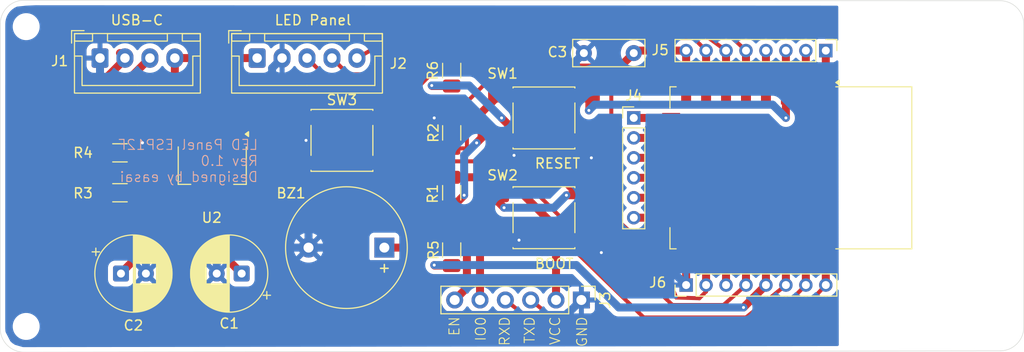
<source format=kicad_pcb>
(kicad_pcb (version 20241229) (generator "pcbnew") (generator_version "9.0")
  (layers (0 "F.Cu" signal) (2 "B.Cu" signal) (13 "F.Paste" user) (15 "B.Paste" user) (5 "F.SilkS" user "F.Silkscreen") (7 "B.SilkS" user "B.Silkscreen") (1 "F.Mask" user) (3 "B.Mask" user) (25 "Edge.Cuts" user))
  (net 0 "")
  (net 1 "Net-(BZ1-+)")
  (net 2 "GND")
  (net 3 "Net-(J1-Pin_2)")
  (net 4 "Net-(J1-Pin_3)")
  (net 5 "Net-(J2-Pin_3)")
  (net 6 "Net-(J2-Pin_5)")
  (net 7 "Net-(J3-Pin_5)")
  (net 8 "Net-(J3-Pin_3)")
  (net 9 "Net-(J3-Pin_4)")
  (net 10 "Net-(J3-Pin_6)")
  (net 11 "Net-(J3-Pin_2)")
  (net 12 "Net-(J4-Pin_1)")
  (net 13 "Net-(J4-Pin_2)")
  (net 14 "Net-(J4-Pin_3)")
  (net 15 "Net-(J4-Pin_4)")
  (net 16 "Net-(J4-Pin_6)")
  (net 17 "Net-(J4-Pin_5)")
  (net 18 "Net-(J5-Pin_1)")
  (net 19 "Net-(J5-Pin_4)")
  (net 20 "Net-(J5-Pin_2)")
  (net 21 "Net-(J6-Pin_5)")
  (net 22 "Net-(J6-Pin_3)")
  (net 23 "Net-(J6-Pin_6)")
  (net 24 "Net-(J6-Pin_2)")
  (net 25 "Net-(J2-Pin_4)")
  (net 26 "Net-(J1-Pin_4)")
  (footprint "Resistor_SMD:R_1206_3216Metric_Pad1.30x1.75mm_HandSolder" (layer "F.Cu") (at 171.25 85.75 90)
    (property "Reference" "R5" (at 0 -1.83 90) (layer "F.SilkS"))
    (property "Value" "100")
    (pad "1" smd roundrect (at -1.55 0 90) (size 1.3 1.75) (layers "F.Cu" "F.Mask" "F.Paste") (roundrect_rratio 0.192308) (net 21 "Net-(J6-Pin_5)"))
    (pad "2" smd roundrect (at 1.55 0 90) (size 1.3 1.75) (layers "F.Cu" "F.Mask" "F.Paste") (roundrect_rratio 0.192308) (net 1 "Net-(BZ1-+)"))
  )
  (footprint "MountingHole:MountingHole_2.2mm_M2" (layer "F.Cu") (at 226 63.4)
    (property "Reference" "REF**" (hide yes))
    (property "Value" "MountingHole_2.2mm_M2" (hide yes))
    (pad "" np_thru_hole circle (at 0 0) (size 2.2 2.2) (drill 2.2) (layers "*.Cu" "*.Mask"))
  )
  (footprint "Connector_PinHeader_2.00mm:PinHeader_1x06_P2.00mm_Vertical" (layer "F.Cu") (at 189.5 72.5)
    (property "Reference" "J4" (at 0 -2.25 0) (layer "F.SilkS"))
    (property "Value" "Conn_01x06_Pin" (hide yes))
    (pad "1" thru_hole rect (at 0 0) (size 1.35 1.35) (drill 0.8) (layers "*.Cu" "*.Mask") (net 12 "Net-(J4-Pin_1)"))
    (pad "2" thru_hole circle (at 0 2) (size 1.35 1.35) (drill 0.8) (layers "*.Cu" "*.Mask") (net 13 "Net-(J4-Pin_2)"))
    (pad "3" thru_hole circle (at 0 4) (size 1.35 1.35) (drill 0.8) (layers "*.Cu" "*.Mask") (net 14 "Net-(J4-Pin_3)"))
    (pad "4" thru_hole circle (at 0 6) (size 1.35 1.35) (drill 0.8) (layers "*.Cu" "*.Mask") (net 15 "Net-(J4-Pin_4)"))
    (pad "5" thru_hole circle (at 0 8) (size 1.35 1.35) (drill 0.8) (layers "*.Cu" "*.Mask") (net 17 "Net-(J4-Pin_5)"))
    (pad "6" thru_hole circle (at 0 10) (size 1.35 1.35) (drill 0.8) (layers "*.Cu" "*.Mask") (net 16 "Net-(J4-Pin_6)"))
  )
  (footprint "Capacitor_THT:CP_Radial_D7.5mm_P2.50mm" (layer "F.Cu") (at 138.1 88.1)
    (property "Reference" "C2" (at 1.25 5.2 0) (layer "F.SilkS"))
    (property "Value" "100uF")
    (pad "1" thru_hole roundrect (at 0 0) (size 1.6 1.6) (drill 0.8) (layers "*.Cu" "*.Mask") (roundrect_rratio 0.15625) (net 26 "Net-(J1-Pin_4)"))
    (pad "2" thru_hole circle (at 2.5 0) (size 1.6 1.6) (drill 0.8) (layers "*.Cu" "*.Mask") (net 2 "GND"))
  )
  (footprint "Resistor_SMD:R_1206_3216Metric_Pad1.30x1.75mm_HandSolder" (layer "F.Cu") (at 171.25 74 90)
    (property "Reference" "R2" (at 0 -1.83 90) (layer "F.SilkS"))
    (property "Value" "10k")
    (pad "1" smd roundrect (at -1.55 0 90) (size 1.3 1.75) (layers "F.Cu" "F.Mask" "F.Paste") (roundrect_rratio 0.192308) (net 24 "Net-(J6-Pin_2)"))
    (pad "2" smd roundrect (at 1.55 0 90) (size 1.3 1.75) (layers "F.Cu" "F.Mask" "F.Paste") (roundrect_rratio 0.192308) (net 2 "GND"))
  )
  (footprint "Button_Switch_SMD:SW_Push_1P1T_NO_E-Switch_TL3301NxxxxxG" (layer "F.Cu") (at 180.5 72.5)
    (property "Reference" "SW1" (at -4.15 -4.45 0) (layer "F.SilkS"))
    (property "Value" "RESET" (hide yes))
    (pad "1" smd roundrect (at -4.55 -2.25) (size 2.1 1.4) (layers "F.Cu" "F.Mask" "F.Paste") (roundrect_rratio 0.1785714286) (net 10 "Net-(J3-Pin_6)"))
    (pad "1" smd roundrect (at 4.55 -2.25) (size 2.1 1.4) (layers "F.Cu" "F.Mask" "F.Paste") (roundrect_rratio 0.1785714286) (net 10 "Net-(J3-Pin_6)"))
    (pad "2" smd roundrect (at -4.55 2.25) (size 2.1 1.4) (layers "F.Cu" "F.Mask" "F.Paste") (roundrect_rratio 0.1785714286) (net 2 "GND"))
    (pad "2" smd roundrect (at 4.55 2.25) (size 2.1 1.4) (layers "F.Cu" "F.Mask" "F.Paste") (roundrect_rratio 0.1785714286) (net 2 "GND"))
  )
  (footprint "Capacitor_THT:CP_Radial_D7.5mm_P2.50mm" (layer "F.Cu") (at 150.2 88.1 180)
    (property "Reference" "C1" (at 1.25 -5 0) (layer "F.SilkS"))
    (property "Value" "100uF")
    (pad "1" thru_hole roundrect (at 0 0 180) (size 1.6 1.6) (drill 0.8) (layers "*.Cu" "*.Mask") (roundrect_rratio 0.15625) (net 11 "Net-(J3-Pin_2)"))
    (pad "2" thru_hole circle (at 2.5 0 180) (size 1.6 1.6) (drill 0.8) (layers "*.Cu" "*.Mask") (net 2 "GND"))
  )
  (footprint "Connector_PinHeader_2.00mm:PinHeader_1x08_P2.00mm_Vertical" (layer "F.Cu") (at 208.75 65.75 -90)
    (property "Reference" "J5" (at -0.05 16.6 180) (layer "F.SilkS"))
    (property "Value" "Conn_01x08_Pin" (hide yes))
    (pad "1" thru_hole rect (at 0 0 270) (size 1.35 1.35) (drill 0.8) (layers "*.Cu" "*.Mask") (net 18 "Net-(J5-Pin_1)"))
    (pad "2" thru_hole circle (at 0 2 270) (size 1.35 1.35) (drill 0.8) (layers "*.Cu" "*.Mask") (net 20 "Net-(J5-Pin_2)"))
    (pad "3" thru_hole circle (at 0 4 270) (size 1.35 1.35) (drill 0.8) (layers "*.Cu" "*.Mask") (net 10 "Net-(J3-Pin_6)"))
    (pad "4" thru_hole circle (at 0 6 270) (size 1.35 1.35) (drill 0.8) (layers "*.Cu" "*.Mask") (net 19 "Net-(J5-Pin_4)"))
    (pad "5" thru_hole circle (at 0 8 270) (size 1.35 1.35) (drill 0.8) (layers "*.Cu" "*.Mask") (net 6 "Net-(J2-Pin_5)"))
    (pad "6" thru_hole circle (at 0 10 270) (size 1.35 1.35) (drill 0.8) (layers "*.Cu" "*.Mask") (net 25 "Net-(J2-Pin_4)"))
    (pad "7" thru_hole circle (at 0 12 270) (size 1.35 1.35) (drill 0.8) (layers "*.Cu" "*.Mask") (net 5 "Net-(J2-Pin_3)"))
    (pad "8" thru_hole circle (at 0 14 270) (size 1.35 1.35) (drill 0.8) (layers "*.Cu" "*.Mask") (net 11 "Net-(J3-Pin_2)"))
  )
  (footprint "Connector_JST:JST_XH_B5B-XH-A_1x05_P2.50mm_Vertical" (layer "F.Cu") (at 151.75 66.5)
    (property "Reference" "J2" (at 14.15 0.55 0) (layer "F.SilkS"))
    (property "Value" "LED Panel" (at 5.6 -3.8 0) (layer "F.SilkS"))
    (pad "1" thru_hole roundrect (at 0 0) (size 1.7 1.95) (drill 0.95) (layers "*.Cu" "*.Mask") (roundrect_rratio 0.147059) (net 26 "Net-(J1-Pin_4)"))
    (pad "2" thru_hole oval (at 2.5 0) (size 1.7 1.95) (drill 0.95) (layers "*.Cu" "*.Mask") (net 2 "GND"))
    (pad "3" thru_hole oval (at 5 0) (size 1.7 1.95) (drill 0.95) (layers "*.Cu" "*.Mask") (net 5 "Net-(J2-Pin_3)"))
    (pad "4" thru_hole oval (at 7.5 0) (size 1.7 1.95) (drill 0.95) (layers "*.Cu" "*.Mask") (net 25 "Net-(J2-Pin_4)"))
    (pad "5" thru_hole oval (at 10 0) (size 1.7 1.95) (drill 0.95) (layers "*.Cu" "*.Mask") (net 6 "Net-(J2-Pin_5)"))
  )
  (footprint "Resistor_SMD:R_1206_3216Metric_Pad1.30x1.75mm_HandSolder" (layer "F.Cu") (at 138 80)
    (property "Reference" "R3" (at -3.7 0.05 0) (layer "F.SilkS"))
    (property "Value" "5.1k")
    (pad "1" smd roundrect (at -1.55 0) (size 1.3 1.75) (layers "F.Cu" "F.Mask" "F.Paste") (roundrect_rratio 0.192308) (net 4 "Net-(J1-Pin_3)"))
    (pad "2" smd roundrect (at 1.55 0) (size 1.3 1.75) (layers "F.Cu" "F.Mask" "F.Paste") (roundrect_rratio 0.192308) (net 2 "GND"))
  )
  (footprint "Capacitor_THT:C_Disc_D7.0mm_W2.5mm_P5.00mm" (layer "F.Cu") (at 189.5 66 180)
    (property "Reference" "C3" (at 7.65 0.1 0) (layer "F.SilkS"))
    (property "Value" "0.1 uF")
    (pad "1" thru_hole circle (at 0 0 180) (size 1.6 1.6) (drill 0.8) (layers "*.Cu" "*.Mask") (net 11 "Net-(J3-Pin_2)"))
    (pad "2" thru_hole circle (at 5 0 180) (size 1.6 1.6) (drill 0.8) (layers "*.Cu" "*.Mask") (net 2 "GND"))
  )
  (footprint "MountingHole:MountingHole_2.2mm_M2" (layer "F.Cu") (at 128.6 93.4)
    (property "Reference" "REF**" (hide yes))
    (property "Value" "MountingHole_2.2mm_M2" (hide yes))
    (pad "" np_thru_hole circle (at 0 0) (size 2.2 2.2) (drill 2.2) (layers "*.Cu" "*.Mask"))
  )
  (footprint "RF_Module:ESP-12E" (layer "F.Cu") (at 205.25 77.5 -90)
    (property "Reference" "U1" (hide yes))
    (property "Value" "ESP-12F")
    (pad "1" smd rect (at -7.6 -3.5 270) (size 2.5 1) (layers "F.Cu" "F.Mask" "F.Paste") (net 18 "Net-(J5-Pin_1)"))
    (pad "2" smd rect (at -7.6 -1.5 270) (size 2.5 1) (layers "F.Cu" "F.Mask" "F.Paste") (net 20 "Net-(J5-Pin_2)"))
    (pad "3" smd rect (at -7.6 0.5 270) (size 2.5 1) (layers "F.Cu" "F.Mask" "F.Paste") (net 10 "Net-(J3-Pin_6)"))
    (pad "4" smd rect (at -7.6 2.5 270) (size 2.5 1) (layers "F.Cu" "F.Mask" "F.Paste") (net 19 "Net-(J5-Pin_4)"))
    (pad "5" smd rect (at -7.6 4.5 270) (size 2.5 1) (layers "F.Cu" "F.Mask" "F.Paste") (net 6 "Net-(J2-Pin_5)"))
    (pad "6" smd rect (at -7.6 6.5 270) (size 2.5 1) (layers "F.Cu" "F.Mask" "F.Paste") (net 25 "Net-(J2-Pin_4)"))
    (pad "7" smd rect (at -7.6 8.5 270) (size 2.5 1) (layers "F.Cu" "F.Mask" "F.Paste") (net 5 "Net-(J2-Pin_3)"))
    (pad "8" smd rect (at -7.6 10.5 270) (size 2.5 1) (layers "F.Cu" "F.Mask" "F.Paste") (net 11 "Net-(J3-Pin_2)"))
    (pad "9" smd rect (at -5 12 270) (size 1 1.8) (layers "F.Cu" "F.Mask" "F.Paste") (net 12 "Net-(J4-Pin_1)"))
    (pad "10" smd rect (at -3 12 270) (size 1 1.8) (layers "F.Cu" "F.Mask" "F.Paste") (net 13 "Net-(J4-Pin_2)"))
    (pad "11" smd rect (at -1 12 270) (size 1 1.8) (layers "F.Cu" "F.Mask" "F.Paste") (net 14 "Net-(J4-Pin_3)"))
    (pad "12" smd rect (at 1 12 270) (size 1 1.8) (layers "F.Cu" "F.Mask" "F.Paste") (net 15 "Net-(J4-Pin_4)"))
    (pad "13" smd rect (at 3 12 270) (size 1 1.8) (layers "F.Cu" "F.Mask" "F.Paste") (net 17 "Net-(J4-Pin_5)"))
    (pad "14" smd rect (at 5 12 270) (size 1 1.8) (layers "F.Cu" "F.Mask" "F.Paste") (net 16 "Net-(J4-Pin_6)"))
    (pad "15" smd rect (at 7.6 10.5 270) (size 2.5 1) (layers "F.Cu" "F.Mask" "F.Paste") (net 2 "GND"))
    (pad "16" smd rect (at 7.6 8.5 270) (size 2.5 1) (layers "F.Cu" "F.Mask" "F.Paste") (net 24 "Net-(J6-Pin_2)"))
    (pad "17" smd rect (at 7.6 6.5 270) (size 2.5 1) (layers "F.Cu" "F.Mask" "F.Paste") (net 22 "Net-(J6-Pin_3)"))
    (pad "18" smd rect (at 7.6 4.5 270) (size 2.5 1) (layers "F.Cu" "F.Mask" "F.Paste") (net 7 "Net-(J3-Pin_5)"))
    (pad "19" smd rect (at 7.6 2.5 270) (size 2.5 1) (layers "F.Cu" "F.Mask" "F.Paste") (net 21 "Net-(J6-Pin_5)"))
    (pad "20" smd rect (at 7.6 0.5 270) (size 2.5 1) (layers "F.Cu" "F.Mask" "F.Paste") (net 23 "Net-(J6-Pin_6)"))
    (pad "21" smd rect (at 7.6 -1.5 270) (size 2.5 1) (layers "F.Cu" "F.Mask" "F.Paste") (net 8 "Net-(J3-Pin_3)"))
    (pad "22" smd rect (at 7.6 -3.5 270) (size 2.5 1) (layers "F.Cu" "F.Mask" "F.Paste") (net 9 "Net-(J3-Pin_4)"))
    (zone (net 0) (net_name "") (layers "F.Cu" "B.Cu") (connect_pads (clearance 0)) (min_thickness 0.254)
      (keepout (tracks not_allowed) (vias not_allowed) (pads not_allowed) (copperpour not_allowed) (footprints not_allowed))
      (fill (thermal_gap 0.508) (thermal_bridge_width 0.508))
      (polygon (pts (xy 210.05 69.38) (xy 210.05 85.62) (xy 217.37 85.62) (xy 217.37 69.38)))
    )
  )
  (footprint "Resistor_SMD:R_1206_3216Metric_Pad1.30x1.75mm_HandSolder" (layer "F.Cu") (at 171.25 80 -90)
    (property "Reference" "R1" (at 0.1 1.9 90) (layer "F.SilkS"))
    (property "Value" "10k")
    (pad "1" smd roundrect (at -1.55 0 270) (size 1.3 1.75) (layers "F.Cu" "F.Mask" "F.Paste") (roundrect_rratio 0.192308) (net 11 "Net-(J3-Pin_2)"))
    (pad "2" smd roundrect (at 1.55 0 270) (size 1.3 1.75) (layers "F.Cu" "F.Mask" "F.Paste") (roundrect_rratio 0.192308) (net 10 "Net-(J3-Pin_6)"))
  )
  (footprint "Resistor_SMD:R_1206_3216Metric_Pad1.30x1.75mm_HandSolder" (layer "F.Cu") (at 171.25 67.75 -90)
    (property "Reference" "R6" (at 0 1.9 90) (layer "F.SilkS"))
    (property "Value" "10k")
    (pad "1" smd roundrect (at -1.55 0 270) (size 1.3 1.75) (layers "F.Cu" "F.Mask" "F.Paste") (roundrect_rratio 0.192308) (net 11 "Net-(J3-Pin_2)"))
    (pad "2" smd roundrect (at 1.55 0 270) (size 1.3 1.75) (layers "F.Cu" "F.Mask" "F.Paste") (roundrect_rratio 0.192308) (net 7 "Net-(J3-Pin_5)"))
  )
  (footprint "MountingHole:MountingHole_2.2mm_M2" (layer "F.Cu") (at 226 93.3)
    (property "Reference" "REF**" (hide yes))
    (property "Value" "MountingHole_2.2mm_M2" (hide yes))
    (pad "" np_thru_hole circle (at 0 0) (size 2.2 2.2) (drill 2.2) (layers "*.Cu" "*.Mask"))
  )
  (footprint "MountingHole:MountingHole_2.2mm_M2" (layer "F.Cu") (at 128.6 63.35)
    (property "Reference" "REF**" (hide yes))
    (property "Value" "MountingHole_2.2mm_M2" (hide yes))
    (pad "" np_thru_hole circle (at 0 0) (size 2.2 2.2) (drill 2.2) (layers "*.Cu" "*.Mask"))
  )
  (footprint "Connector_JST:JST_XH_B4B-XH-A_1x04_P2.50mm_Vertical" (layer "F.Cu") (at 136 66.5)
    (property "Reference" "J1" (at -4.05 0.3 0) (layer "F.SilkS"))
    (property "Value" "USB-C" (at 3.7 -3.8 0) (layer "F.SilkS"))
    (pad "1" thru_hole roundrect (at 0 0) (size 1.7 1.95) (drill 0.95) (layers "*.Cu" "*.Mask") (roundrect_rratio 0.147059) (net 2 "GND"))
    (pad "2" thru_hole oval (at 2.5 0) (size 1.7 1.95) (drill 0.95) (layers "*.Cu" "*.Mask") (net 3 "Net-(J1-Pin_2)"))
    (pad "3" thru_hole oval (at 5 0) (size 1.7 1.95) (drill 0.95) (layers "*.Cu" "*.Mask") (net 4 "Net-(J1-Pin_3)"))
    (pad "4" thru_hole oval (at 7.5 0) (size 1.7 1.95) (drill 0.95) (layers "*.Cu" "*.Mask") (net 26 "Net-(J1-Pin_4)"))
  )
  (footprint "Resistor_SMD:R_1206_3216Metric_Pad1.30x1.75mm_HandSolder" (layer "F.Cu") (at 138 76)
    (property "Reference" "R4" (at -3.7 0 0) (layer "F.SilkS"))
    (property "Value" "5.1k")
    (pad "1" smd roundrect (at -1.55 0) (size 1.3 1.75) (layers "F.Cu" "F.Mask" "F.Paste") (roundrect_rratio 0.192308) (net 3 "Net-(J1-Pin_2)"))
    (pad "2" smd roundrect (at 1.55 0) (size 1.3 1.75) (layers "F.Cu" "F.Mask" "F.Paste") (roundrect_rratio 0.192308) (net 2 "GND"))
  )
  (footprint "Connector_PinHeader_2.00mm:PinHeader_1x08_P2.00mm_Vertical" (layer "F.Cu") (at 194.75 89.25 90)
    (property "Reference" "J6" (at 0.25 -2.85 180) (layer "F.SilkS"))
    (property "Value" "Conn_01x08_Pin" (hide yes))
    (pad "1" thru_hole rect (at 0 0 90) (size 1.35 1.35) (drill 0.8) (layers "*.Cu" "*.Mask") (net 2 "GND"))
    (pad "2" thru_hole circle (at 0 2 90) (size 1.35 1.35) (drill 0.8) (layers "*.Cu" "*.Mask") (net 24 "Net-(J6-Pin_2)"))
    (pad "3" thru_hole circle (at 0 4 90) (size 1.35 1.35) (drill 0.8) (layers "*.Cu" "*.Mask") (net 22 "Net-(J6-Pin_3)"))
    (pad "4" thru_hole circle (at 0 6 90) (size 1.35 1.35) (drill 0.8) (layers "*.Cu" "*.Mask") (net 7 "Net-(J3-Pin_5)"))
    (pad "5" thru_hole circle (at 0 8 90) (size 1.35 1.35) (drill 0.8) (layers "*.Cu" "*.Mask") (net 21 "Net-(J6-Pin_5)"))
    (pad "6" thru_hole circle (at 0 10 90) (size 1.35 1.35) (drill 0.8) (layers "*.Cu" "*.Mask") (net 23 "Net-(J6-Pin_6)"))
    (pad "7" thru_hole circle (at 0 12 90) (size 1.35 1.35) (drill 0.8) (layers "*.Cu" "*.Mask") (net 8 "Net-(J3-Pin_3)"))
    (pad "8" thru_hole circle (at 0 14 90) (size 1.35 1.35) (drill 0.8) (layers "*.Cu" "*.Mask") (net 9 "Net-(J3-Pin_4)"))
  )
  (footprint "Button_Switch_SMD:SW_Push_1P1T_NO_E-Switch_TL3301NxxxxxG" (layer "F.Cu") (at 180.5 82.5)
    (property "Reference" "SW2" (at -4.15 -4.25 0) (layer "F.SilkS"))
    (property "Value" "BOOT" (hide yes))
    (pad "1" smd roundrect (at -4.55 -2.25) (size 2.1 1.4) (layers "F.Cu" "F.Mask" "F.Paste") (roundrect_rratio 0.1785714286) (net 7 "Net-(J3-Pin_5)"))
    (pad "1" smd roundrect (at 4.55 -2.25) (size 2.1 1.4) (layers "F.Cu" "F.Mask" "F.Paste") (roundrect_rratio 0.1785714286) (net 7 "Net-(J3-Pin_5)"))
    (pad "2" smd roundrect (at -4.55 2.25) (size 2.1 1.4) (layers "F.Cu" "F.Mask" "F.Paste") (roundrect_rratio 0.1785714286) (net 2 "GND"))
    (pad "2" smd roundrect (at 4.55 2.25) (size 2.1 1.4) (layers "F.Cu" "F.Mask" "F.Paste") (roundrect_rratio 0.1785714286) (net 2 "GND"))
  )
  (footprint "Connector_PinHeader_2.54mm:PinHeader_1x06_P2.54mm_Vertical" (layer "F.Cu") (at 184.25 90.75 -90)
    (property "Reference" "J3" (at 0 -2.38 90) (layer "F.SilkS"))
    (property "Value" "Programming Header")
    (pad "1" thru_hole rect (at 0 0 270) (size 1.7 1.7) (drill 1) (layers "*.Cu" "*.Mask") (net 2 "GND"))
    (pad "2" thru_hole circle (at 0 2.54 270) (size 1.7 1.7) (drill 1) (layers "*.Cu" "*.Mask") (net 11 "Net-(J3-Pin_2)"))
    (pad "3" thru_hole circle (at 0 5.08 270) (size 1.7 1.7) (drill 1) (layers "*.Cu" "*.Mask") (net 8 "Net-(J3-Pin_3)"))
    (pad "4" thru_hole circle (at 0 7.62 270) (size 1.7 1.7) (drill 1) (layers "*.Cu" "*.Mask") (net 9 "Net-(J3-Pin_4)"))
    (pad "5" thru_hole circle (at 0 10.16 270) (size 1.7 1.7) (drill 1) (layers "*.Cu" "*.Mask") (net 7 "Net-(J3-Pin_5)"))
    (pad "6" thru_hole circle (at 0 12.7 270) (size 1.7 1.7) (drill 1) (layers "*.Cu" "*.Mask") (net 10 "Net-(J3-Pin_6)"))
  )
  (footprint "Button_Switch_SMD:SW_Push_1P1T_NO_E-Switch_TL3301NxxxxxG" (layer "F.Cu") (at 160.25 74.75)
    (property "Reference" "SW3" (at 0 -4.05 0) (layer "F.SilkS"))
    (property "Value" "MUTE" (hide yes))
    (pad "1" smd roundrect (at -4.55 -2.25) (size 2.1 1.4) (layers "F.Cu" "F.Mask" "F.Paste") (roundrect_rratio 0.1785714286) (net 23 "Net-(J6-Pin_6)"))
    (pad "1" smd roundrect (at 4.55 -2.25) (size 2.1 1.4) (layers "F.Cu" "F.Mask" "F.Paste") (roundrect_rratio 0.1785714286) (net 23 "Net-(J6-Pin_6)"))
    (pad "2" smd roundrect (at -4.55 2.25) (size 2.1 1.4) (layers "F.Cu" "F.Mask" "F.Paste") (roundrect_rratio 0.1785714286) (net 2 "GND"))
    (pad "2" smd roundrect (at 4.55 2.25) (size 2.1 1.4) (layers "F.Cu" "F.Mask" "F.Paste") (roundrect_rratio 0.1785714286) (net 2 "GND"))
  )
  (footprint "Buzzer_Beeper:MagneticBuzzer_StarMicronics_TMB" (layer "F.Cu") (at 164.5 85.5 180)
    (property "Reference" "BZ1" (at 9.35 5.45 0) (layer "F.SilkS"))
    (property "Value" "Buzzer")
    (fp_text user "+" (at 0 -2 0) (layer "F.SilkS"))
    (pad "1" thru_hole rect (at 0 0 180) (size 2 2) (drill 1) (layers "*.Cu" "*.Mask") (net 1 "Net-(BZ1-+)"))
    (pad "2" thru_hole circle (at 7.6 0 180) (size 2 2) (drill 1) (layers "*.Cu" "*.Mask") (net 2 "GND"))
  )
  (footprint "Package_TO_SOT_SMD:SOT-223-3_TabPin2" (layer "F.Cu") (at 147.25 77.25 -90)
    (property "Reference" "U2" (at 5.25 0.05 0) (layer "F.SilkS"))
    (property "Value" "AMS1117-3.3")
    (pad "1" smd roundrect (at -3.15 -2.3 270) (size 2 1.5) (layers "F.Cu" "F.Mask" "F.Paste") (net 2 "GND"))
    (pad "2" smd roundrect (at -3.15 0 270) (size 2 1.5) (layers "F.Cu" "F.Mask" "F.Paste") (net 11 "Net-(J3-Pin_2)"))
    (pad "2" smd roundrect (at 3.15 0 270) (size 2 3.8) (layers "F.Cu" "F.Mask" "F.Paste") (net 11 "Net-(J3-Pin_2)"))
    (pad "3" smd roundrect (at -3.15 2.3 270) (size 2 1.5) (layers "F.Cu" "F.Mask" "F.Paste") (net 26 "Net-(J1-Pin_4)"))
  )
  (gr_line (start 228.595621 63.1294) (end 228.595621 93.4706) (stroke (width 0.05)) (layer "Edge.Cuts"))
  (gr_arc (start 128.375 95.975021) (mid 126.695621 95.2794) (end 126 93.600021) (stroke (width 0.05)) (layer "Edge.Cuts"))
  (gr_arc (start 226.220621 60.754379) (mid 227.9 61.45) (end 228.595621 63.129379) (stroke (width 0.05)) (layer "Edge.Cuts"))
  (gr_arc (start 126.004379 63.079379) (mid 126.7 61.4) (end 128.379379 60.704379) (stroke (width 0.05)) (layer "Edge.Cuts"))
  (gr_line (start 128.375 95.975021) (end 226.220621 95.845621) (stroke (width 0.05)) (layer "Edge.Cuts"))
  (gr_line (start 126.004386 63.084825) (end 126 93.609987) (stroke (width 0.05)) (layer "Edge.Cuts"))
  (gr_arc (start 228.595621 93.470621) (mid 227.9 95.15) (end 226.220621 95.845621) (stroke (width 0.05)) (layer "Edge.Cuts"))
  (gr_line (start 128.379379 60.70438) (end 226.2206 60.754379) (stroke (width 0.05)) (layer "Edge.Cuts"))
  (gr_text "EN" (at 172.1 94.426191 90) (layer "F.SilkS") (effects (font (size 1 1) (thickness 0.1)) (justify left bottom)))
  (gr_text "RXD" (at 177.15 95.426191 90) (layer "F.SilkS") (effects (font (size 1 1) (thickness 0.1)) (justify left bottom)))
  (gr_text "TXD" (at 179.65 95.188096 90) (layer "F.SilkS") (effects (font (size 1 1) (thickness 0.1)) (justify left bottom)))
  (gr_text "IO0\n" (at 174.75 94.95 90) (layer "F.SilkS") (effects (font (size 1 1) (thickness 0.1)) (justify left bottom)))
  (gr_text "GND\n" (at 184.9 95.521429 90) (layer "F.SilkS") (effects (font (size 1 1) (thickness 0.1)) (justify left bottom)))
  (gr_text "RESET" (at 179.5 77.65 0) (layer "F.SilkS") (effects (font (size 1 1)) (justify left bottom)))
  (gr_text "BOOT\n" (at 179.5 87.7 0) (layer "F.SilkS") (effects (font (size 1 1)) (justify left bottom)))
  (gr_text "VCC" (at 182.2 95.330953 90) (layer "F.SilkS") (effects (font (size 1 1) (thickness 0.1)) (justify left bottom)))
  (gr_text "LED Panel ESP12F\nRev 1.0\nDesigned by easai" (at 151.9 79 0) (layer "B.SilkS") (effects (font (size 1 1) (thickness 0.1)) (justify left bottom mirror)))
  (segment (start 169.95 85.5) (end 171.25 84.2) (width 0.8) (layer "F.Cu") (net 1))
  (segment (start 164.5 85.5) (end 169.95 85.5) (width 0.8) (layer "F.Cu") (net 1))
  (segment (start 194.75 85.1) (end 194.75 89.25) (width 0.8) (layer "F.Cu") (net 2))
  (segment (start 149.55 74.1) (end 152.8 74.1) (width 0.8) (layer "F.Cu") (net 2))
  (segment (start 152.8 74.1) (end 155.7 77) (width 0.8) (layer "F.Cu") (net 2))
  (segment (start 139.55 75.7) (end 140.25 75) (width 0.8) (layer "F.Cu") (net 2))
  (segment (start 156.65 76.05) (end 156.65 74.75) (width 0.8) (layer "F.Cu") (net 2))
  (segment (start 185.05 76.3) (end 185.25 76.5) (width 0.8) (layer "F.Cu") (net 2))
  (segment (start 185.05 84.75) (end 185.05 84.8) (width 0.8) (layer "F.Cu") (net 2))
  (segment (start 139.55 76) (end 139.55 75.7) (width 0.8) (layer "F.Cu") (net 2))
  (segment (start 185.05 84.8) (end 186.25 86) (width 0.8) (layer "F.Cu") (net 2))
  (segment (start 175.95 84.75) (end 178 84.75) (width 0.8) (layer "F.Cu") (net 2))
  (segment (start 155.7 77) (end 164.8 77) (width 0.8) (layer "F.Cu") (net 2))
  (segment (start 185.05 74.75) (end 185.05 76.3) (width 0.8) (layer "F.Cu") (net 2))
  (segment (start 176 74.75) (end 177.5 76.25) (width 0.8) (layer "F.Cu") (net 2))
  (segment (start 139.55 76) (end 139.55 80) (width 0.8) (layer "F.Cu") (net 2))
  (segment (start 169.55 72.45) (end 169.5 72.5) (width 0.8) (layer "F.Cu") (net 2))
  (segment (start 175.95 74.75) (end 176 74.75) (width 0.8) (layer "F.Cu") (net 2))
  (segment (start 171.25 72.45) (end 169.55 72.45) (width 0.8) (layer "F.Cu") (net 2))
  (segment (start 155.7 77) (end 156.65 76.05) (width 0.8) (layer "F.Cu") (net 2))
  (via (at 156.65 74.75) (size 0.6) (drill 0.3) (layers "F.Cu" "B.Cu") (net 2))
  (via (at 178 84.75) (size 0.6) (drill 0.3) (layers "F.Cu" "B.Cu") (net 2))
  (via (at 177.5 76.25) (size 0.6) (drill 0.3) (layers "F.Cu" "B.Cu") (net 2))
  (via (at 169.5 72.5) (size 0.6) (drill 0.3) (layers "F.Cu" "B.Cu") (net 2))
  (via (at 186.25 86) (size 0.6) (drill 0.3) (layers "F.Cu" "B.Cu") (net 2))
  (via (at 185.25 76.5) (size 0.6) (drill 0.3) (layers "F.Cu" "B.Cu") (net 2))
  (via (at 140.25 75) (size 0.6) (drill 0.3) (layers "F.Cu" "B.Cu") (net 2))
  (segment (start 183.700001 74.950001) (end 183.700001 66.799999) (width 0.8) (layer "B.Cu") (net 2))
  (segment (start 166.151 87.151) (end 161.801 87.151) (width 0.8) (layer "B.Cu") (net 2))
  (segment (start 147.7 83.45) (end 150 85.75) (width 0.8) (layer "B.Cu") (net 2))
  (segment (start 185.25 76.5) (end 183.700001 74.950001) (width 0.8) (layer "B.Cu") (net 2))
  (segment (start 182.749 92.251) (end 166.901 92.251) (width 0.8) (layer "B.Cu") (net 2))
  (segment (start 148.75 66.5) (end 153.25 71) (width 0.8) (layer "B.Cu") (net 2))
  (segment (start 139.975 75.275) (end 140.25 75) (width 0.8) (layer "B.Cu") (net 2))
  (segment (start 177.5 76.25) (end 173.75 72.5) (width 0.8) (layer "B.Cu") (net 2))
  (segment (start 184.25 90.75) (end 182.749 92.251) (width 0.8) (layer "B.Cu") (net 2))
  (segment (start 186.25 86) (end 187.5 84.75) (width 0.8) (layer "B.Cu") (net 2))
  (segment (start 156.9 75) (end 156.9 85.5) (width 0.8) (layer "B.Cu") (net 2))
  (segment (start 139.75 80) (end 139.75 76) (width 0.8) (layer "B.Cu") (net 2))
  (segment (start 139.5 75.75) (end 139.55 75.7) (width 0.8) (layer "B.Cu") (net 2))
  (segment (start 140.6 80.6) (end 140 80) (width 0.8) (layer "B.Cu") (net 2))
  (segment (start 153.15 85.5) (end 156.9 85.5) (width 0.8) (layer "B.Cu") (net 2))
  (segment (start 153.25 71) (end 153.25 71.35) (width 0.8) (layer "B.Cu") (net 2))
  (segment (start 178 84.75) (end 190.25 84.75) (width 0.8) (layer "B.Cu") (net 2))
  (segment (start 177.5 76.25) (end 185 76.25) (width 0.8) (layer "B.Cu") (net 2))
  (segment (start 183.700001 66.799999) (end 184.5 66) (width 0.8) (layer "B.Cu") (net 2))
  (segment (start 152.9 85.75) (end 153.15 85.5) (width 0.8) (layer "B.Cu") (net 2))
  (segment (start 153.25 71.35) (end 156.65 74.75) (width 0.8) (layer "B.Cu") (net 2))
  (segment (start 158.9 72.5) (end 156.65 74.75) (width 0.8) (layer "B.Cu") (net 2))
  (segment (start 150 85.75) (end 152.9 85.75) (width 0.8) (layer "B.Cu") (net 2))
  (segment (start 160.15 85.5) (end 156.9 85.5) (width 0.8) (layer "B.Cu") (net 2))
  (segment (start 140 80) (end 144.25 80) (width 0.8) (layer "B.Cu") (net 2))
  (segment (start 136 71.3) (end 139.975 75.275) (width 0.8) (layer "B.Cu") (net 2))
  (segment (start 144.25 80) (end 147.7 83.45) (width 0.8) (layer "B.Cu") (net 2))
  (segment (start 156.65 74.75) (end 156.9 75) (width 0.8) (layer "B.Cu") (net 2))
  (segment (start 147.7 88.1) (end 147.7 83.45) (width 0.8) (layer "B.Cu") (net 2))
  (segment (start 161.801 87.151) (end 160.15 85.5) (width 0.8) (layer "B.Cu") (net 2))
  (segment (start 166.901 92.251) (end 161.801 87.151) (width 0.8) (layer "B.Cu") (net 2))
  (segment (start 136 66.5) (end 136 71.3) (width 0.8) (layer "B.Cu") (net 2))
  (segment (start 139.75 76) (end 139.5 75.75) (width 0.8) (layer "B.Cu") (net 2))
  (segment (start 190.25 84.75) (end 194.75 89.25) (width 0.8) (layer "B.Cu") (net 2))
  (segment (start 153.25 67.5) (end 153.25 71) (width 0.8) (layer "B.Cu") (net 2))
  (segment (start 139.75 80) (end 140 80) (width 0.8) (layer "B.Cu") (net 2))
  (segment (start 156.9 85.5) (end 156.65 85.25) (width 0.8) (layer "B.Cu") (net 2))
  (segment (start 178 84.75) (end 168.552 84.75) (width 0.8) (layer "B.Cu") (net 2))
  (segment (start 185 76.25) (end 185.25 76.5) (width 0.8) (layer "B.Cu") (net 2))
  (segment (start 140.6 88.05) (end 140.6 80.6) (width 0.8) (layer "B.Cu") (net 2))
  (segment (start 139.55 75.7) (end 139.975 75.275) (width 0.8) (layer "B.Cu") (net 2))
  (segment (start 187.5 84.75) (end 190.25 84.75) (width 0.8) (layer "B.Cu") (net 2))
  (segment (start 173.75 72.5) (end 169.5 72.5) (width 0.8) (layer "B.Cu") (net 2))
  (segment (start 169.5 72.5) (end 158.9 72.5) (width 0.8) (layer "B.Cu") (net 2))
  (segment (start 154.25 66.5) (end 153.25 67.5) (width 0.8) (layer "B.Cu") (net 2))
  (segment (start 168.552 84.75) (end 166.151 87.151) (width 0.8) (layer "B.Cu") (net 2))
  (segment (start 138 66) (end 138.5 66.5) (width 0.8) (layer "F.Cu") (net 3))
  (segment (start 136.45 68.656134) (end 136.45 76) (width 0.8) (layer "F.Cu") (net 3))
  (segment (start 138.5 66.5) (end 138.5 66.606134) (width 0.8) (layer "F.Cu") (net 3))
  (segment (start 138.5 66.606134) (end 136.45 68.656134) (width 0.8) (layer "F.Cu") (net 3))
  (segment (start 137.751 69.749) (end 141 66.5) (width 0.8) (layer "F.Cu") (net 4))
  (segment (start 137.751 78.699) (end 137.751 69.749) (width 0.8) (layer "F.Cu") (net 4))
  (segment (start 136.45 80) (end 137.751 78.699) (width 0.8) (layer "F.Cu") (net 4))
  (segment (start 195.5 64.5) (end 196.75 65.75) (width 0.4) (layer "F.Cu") (net 5))
  (segment (start 196.75 65.75) (end 196.75 69.9) (width 0.8) (layer "F.Cu") (net 5))
  (segment (start 165.073001 69.176999) (end 170.25 64.5) (width 0.4) (layer "F.Cu") (net 5))
  (segment (start 156.75 66.5) (end 159.426999 69.176999) (width 0.4) (layer "F.Cu") (net 5))
  (segment (start 170.25 64.5) (end 195.5 64.5) (width 0.4) (layer "F.Cu") (net 5))
  (segment (start 159.426999 69.176999) (end 165.073001 69.176999) (width 0.4) (layer "F.Cu") (net 5))
  (segment (start 161.75 66.5) (end 168 63) (width 0.4) (layer "F.Cu") (net 6))
  (segment (start 200.75 65.75) (end 200.75 69.9) (width 0.8) (layer "F.Cu") (net 6))
  (segment (start 197.75 63) (end 200.75 65.75) (width 0.4) (layer "F.Cu") (net 6))
  (segment (start 168 63) (end 197.75 63) (width 0.4) (layer "F.Cu") (net 6))
  (segment (start 184 80.25) (end 176.25 72.5) (width 0.8) (layer "F.Cu") (net 7))
  (segment (start 200.75 89.25) (end 200.75 85.1) (width 0.8) (layer "F.Cu") (net 7))
  (segment (start 174.09 82.11) (end 175.95 80.25) (width 0.8) (layer "F.Cu") (net 7))
  (segment (start 185.05 80.25) (end 182.75 80.25) (width 0.8) (layer "F.Cu") (net 7))
  (segment (start 193.374443 91.25) (end 198.5 91.25) (width 0.4) (layer "F.Cu") (net 7))
  (segment (start 186.897504 83.060907) (end 186.897504 84.950061) (width 0.4) (layer "F.Cu") (net 7))
  (segment (start 198.5 91.25) (end 200.75 89.25) (width 0.4) (layer "F.Cu") (net 7))
  (segment (start 169.3 69.3) (end 169.25 69.25) (width 0.8) (layer "F.Cu") (net 7))
  (segment (start 185.05 80.25) (end 185.05 81.213403) (width 0.4) (layer "F.Cu") (net 7))
  (segment (start 186.897504 84.950061) (end 193.374443 91.25) (width 0.4) (layer "F.Cu") (net 7))
  (segment (start 175.95 80.25) (end 175.95 80.95) (width 0.8) (layer "F.Cu") (net 7))
  (segment (start 174.09 90.75) (end 174.09 82.11) (width 0.8) (layer "F.Cu") (net 7))
  (segment (start 185.05 80.25) (end 184 80.25) (width 0.8) (layer "F.Cu") (net 7))
  (segment (start 185.05 81.213403) (end 186.897504 83.060907) (width 0.4) (layer "F.Cu") (net 7))
  (segment (start 171.25 69.3) (end 169.3 69.3) (width 0.8) (layer "F.Cu") (net 7))
  (segment (start 175.95 80.95) (end 176.5 81.5) (width 0.8) (layer "F.Cu") (net 7))
  (via (at 176.25 72.5) (size 0.6) (drill 0.3) (layers "F.Cu" "B.Cu") (net 7))
  (via (at 182.75 80.25) (size 0.6) (drill 0.3) (layers "F.Cu" "B.Cu") (net 7))
  (via (at 176.5 81.5) (size 0.6) (drill 0.3) (layers "F.Cu" "B.Cu") (net 7))
  (via (at 169.25 69.25) (size 0.6) (drill 0.3) (layers "F.Cu" "B.Cu") (net 7))
  (segment (start 181.5 81.5) (end 182.75 80.25) (width 0.8) (layer "B.Cu") (net 7))
  (segment (start 169.25 69.25) (end 173 69.25) (width 0.8) (layer "B.Cu") (net 7))
  (segment (start 176.5 81.5) (end 181.5 81.5) (width 0.8) (layer "B.Cu") (net 7))
  (segment (start 173 69.25) (end 176.25 72.5) (width 0.8) (layer "B.Cu") (net 7))
  (segment (start 206.75 89.25) (end 206.75 85.1) (width 0.8) (layer "F.Cu") (net 8))
  (segment (start 182.25 93.25) (end 179.17 90.75) (width 0.4) (layer "F.Cu") (net 8))
  (segment (start 202.75 93.25) (end 182.25 93.25) (width 0.4) (layer "F.Cu") (net 8))
  (segment (start 206.75 89.25) (end 202.75 93.25) (width 0.4) (layer "F.Cu") (net 8))
  (segment (start 180.75 94) (end 176.63 90.75) (width 0.4) (layer "F.Cu") (net 9))
  (segment (start 208.75 89.25) (end 208.75 85.1) (width 0.8) (layer "F.Cu") (net 9))
  (segment (start 204.25 94) (end 180.75 94) (width 0.4) (layer "F.Cu") (net 9))
  (segment (start 208.75 89.25) (end 204.25 94) (width 0.4) (layer "F.Cu") (net 9))
  (segment (start 174.249 71.951) (end 174.249 74.501) (width 0.8) (layer "F.Cu") (net 10))
  (segment (start 204.75 65.75) (end 204.75 69.9) (width 0.8) (layer "F.Cu") (net 10))
  (segment (start 185.05 71.7) (end 185 71.75) (width 0.8) (layer "F.Cu") (net 10))
  (segment (start 204.75 69.9) (end 204.75 72.5) (width 0.8) (layer "F.Cu") (net 10))
  (segment (start 171.25 81.55) (end 171.25 81.5) (width 0.8) (layer "F.Cu") (net 10))
  (segment (start 175.95 70.25) (end 185.05 70.25) (width 0.8) (layer "F.Cu") (net 10))
  (segment (start 172.776 89.524) (end 172.776 83.076) (width 0.8) (layer "F.Cu") (net 10))
  (segment (start 172.776 83.076) (end 171.25 81.55) (width 0.8) (layer "F.Cu") (net 10))
  (segment (start 185.05 70.25) (end 185.05 71.7) (width 0.8) (layer "F.Cu") (net 10))
  (segment (start 171.25 81.5) (end 172.5 80.25) (width 0.8) (layer "F.Cu") (net 10))
  (segment (start 174.249 74.501) (end 173.75 75) (width 0.8) (layer "F.Cu") (net 10))
  (segment (start 175.95 70.25) (end 174.249 71.951) (width 0.8) (layer "F.Cu") (net 10))
  (segment (start 171.55 90.75) (end 172.776 89.524) (width 0.8) (layer "F.Cu") (net 10))
  (via (at 173.75 75) (size 0.6) (drill 0.3) (layers "F.Cu" "B.Cu") (net 10))
  (via (at 172.5 80.25) (size 0.6) (drill 0.3) (layers "F.Cu" "B.Cu") (net 10))
  (via (at 185 71.75) (size 0.6) (drill 0.3) (layers "F.Cu" "B.Cu") (net 10))
  (via (at 204.75 72.5) (size 0.6) (drill 0.3) (layers "F.Cu" "B.Cu") (net 10))
  (segment (start 172.5 80.25) (end 172.5 76.25) (width 0.8) (layer "B.Cu") (net 10))
  (segment (start 203.424 71.174) (end 204.75 72.5) (width 0.8) (layer "B.Cu") (net 10))
  (segment (start 185 71.75) (end 185.576 71.174) (width 0.8) (layer "B.Cu") (net 10))
  (segment (start 172.5 76.25) (end 173.75 75) (width 0.8) (layer "B.Cu") (net 10))
  (segment (start 185.576 71.174) (end 203.424 71.174) (width 0.8) (layer "B.Cu") (net 10))
  (segment (start 166.985663 70.027999) (end 170.813662 66.2) (width 0.8) (layer "F.Cu") (net 11))
  (segment (start 150.2 88.1) (end 147.25 85.15) (width 0.8) (layer "F.Cu") (net 11))
  (segment (start 147.25 85.15) (end 147.25 80.4) (width 0.8) (layer "F.Cu") (net 11))
  (segment (start 151.171017 70.027999) (end 166.985663 70.027999) (width 0.8) (layer "F.Cu") (net 11))
  (segment (start 147.25 80.4) (end 147.25 80.249016) (width 0.8) (layer "F.Cu") (net 11))
  (segment (start 189.75 65.75) (end 189.5 66) (width 0.8) (layer "F.Cu") (net 11))
  (segment (start 147.25 74.1) (end 147.25 73.949016) (width 0.8) (layer "F.Cu") (net 11))
  (segment (start 188.049 67.451) (end 189.5 66) (width 0.8) (layer "F.Cu") (net 11))
  (segment (start 171.25 66.2) (end 172.501 67.451) (width 0.8) (layer "F.Cu") (net 11))
  (segment (start 147.25 73.949016) (end 151.171017 70.027999) (width 0.8) (layer "F.Cu") (net 11))
  (segment (start 194.75 65.75) (end 189.75 65.75) (width 0.8) (layer "F.Cu") (net 11))
  (segment (start 170.813662 66.2) (end 171.25 66.2) (width 0.8) (layer "F.Cu") (net 11))
  (segment (start 172.501 67.451) (end 188.049 67.451) (width 0.8) (layer "F.Cu") (net 11))
  (segment (start 149.049016 78.45) (end 171.25 78.45) (width 0.8) (layer "F.Cu") (net 11))
  (segment (start 147.25 80.249016) (end 149.049016 78.45) (width 0.8) (layer "F.Cu") (net 11))
  (segment (start 147.25 74.1) (end 147.25 80.4) (width 0.8) (layer "F.Cu") (net 11))
  (segment (start 181.71 90.75) (end 181.71 83.478866) (width 0.8) (layer "F.Cu") (net 11))
  (segment (start 194.75 65.75) (end 194.75 69.9) (width 0.8) (layer "F.Cu") (net 11))
  (segment (start 176.681134 78.45) (end 171.25 78.45) (width 0.8) (layer "F.Cu") (net 11))
  (segment (start 181.71 83.478866) (end 176.681134 78.45) (width 0.8) (layer "F.Cu") (net 11))
  (segment (start 189.5 72.5) (end 193.25 72.5) (width 0.8) (layer "F.Cu") (net 12))
  (segment (start 189.5 74.5) (end 193.25 74.5) (width 0.8) (layer "F.Cu") (net 13))
  (segment (start 189.5 76.5) (end 193.25 76.5) (width 0.8) (layer "F.Cu") (net 14))
  (segment (start 189.5 78.5) (end 193.25 78.5) (width 0.8) (layer "F.Cu") (net 15))
  (segment (start 189.5 82.5) (end 193.25 82.5) (width 0.8) (layer "F.Cu") (net 16))
  (segment (start 189.5 80.5) (end 193.25 80.5) (width 0.8) (layer "F.Cu") (net 17))
  (segment (start 208.75 65.75) (end 208.75 69.9) (width 0.8) (layer "F.Cu") (net 18))
  (segment (start 202.75 65.75) (end 202.75 69.9) (width 0.8) (layer "F.Cu") (net 19))
  (segment (start 206.75 65.75) (end 206.75 69.9) (width 0.8) (layer "F.Cu") (net 20))
  (segment (start 169.55 87.3) (end 169.5 87.25) (width 0.8) (layer "F.Cu") (net 21))
  (segment (start 171.25 87.3) (end 169.55 87.3) (width 0.8) (layer "F.Cu") (net 21))
  (segment (start 202.75 89.25) (end 202.75 85.1) (width 0.8) (layer "F.Cu") (net 21))
  (segment (start 202.75 89.25) (end 200.5 91.5) (width 0.8) (layer "F.Cu") (net 21))
  (via (at 169.5 87.25) (size 0.6) (drill 0.3) (layers "F.Cu" "B.Cu") (net 21))
  (via (at 200.5 91.5) (size 0.6) (drill 0.3) (layers "F.Cu" "B.Cu") (net 21))
  (segment (start 183.752 87.25) (end 169.5 87.25) (width 0.8) (layer "B.Cu") (net 21))
  (segment (start 200.5 91.5) (end 188.002 91.5) (width 0.8) (layer "B.Cu") (net 21))
  (segment (start 188.002 91.5) (end 183.752 87.25) (width 0.8) (layer "B.Cu") (net 21))
  (segment (start 198.75 89.25) (end 198.75 85.1) (width 0.8) (layer "F.Cu") (net 22))
  (segment (start 204.75 89.25) (end 200.75 92.5) (width 0.4) (layer "F.Cu") (net 23))
  (segment (start 155.7 72.5) (end 164.8 72.5) (width 0.8) (layer "F.Cu") (net 23))
  (segment (start 204.75 89.25) (end 204.75 85.1) (width 0.8) (layer "F.Cu") (net 23))
  (segment (start 182.761 85.011) (end 182.760999 83.043527) (width 0.4) (layer "F.Cu") (net 23))
  (segment (start 170.101 76.851) (end 167.001 73.751) (width 0.4) (layer "F.Cu") (net 23))
  (segment (start 166.051 73.751) (end 164.8 72.5) (width 0.4) (layer "F.Cu") (net 23))
  (segment (start 182.760999 83.043527) (end 176.568472 76.851) (width 0.4) (layer "F.Cu") (net 23))
  (segment (start 176.568472 76.851) (end 170.101 76.851) (width 0.4) (layer "F.Cu") (net 23))
  (segment (start 190.5 92.5) (end 182.761 85.011) (width 0.4) (layer "F.Cu") (net 23))
  (segment (start 167.001 73.751) (end 166.051 73.751) (width 0.4) (layer "F.Cu") (net 23))
  (segment (start 200.75 92.5) (end 190.5 92.5) (width 0.4) (layer "F.Cu") (net 23))
  (segment (start 192.25 86.75) (end 187.25 82.188341) (width 0.4) (layer "F.Cu") (net 24))
  (segment (start 187.25 69.918866) (end 186.230134 68.899) (width 0.4) (layer "F.Cu") (net 24))
  (segment (start 186.230134 68.899) (end 174.769866 68.899) (width 0.4) (layer "F.Cu") (net 24))
  (segment (start 174.769866 68.899) (end 172.776 70.892866) (width 0.4) (layer "F.Cu") (net 24))
  (segment (start 196.75 89.902) (end 196.076 90.576) (width 0.4) (layer "F.Cu") (net 24))
  (segment (start 172.776 70.892866) (end 172.776 75.55) (width 0.4) (layer "F.Cu") (net 24))
  (segment (start 196.75 89.25) (end 196.75 85.1) (width 0.8) (layer "F.Cu") (net 24))
  (segment (start 196.076 90.576) (end 193.75 90.5) (width 0.4) (layer "F.Cu") (net 24))
  (segment (start 172.776 75.55) (end 171.25 75.55) (width 0.4) (layer "F.Cu") (net 24))
  (segment (start 196.75 85.1) (end 196.75 89.902) (width 0.4) (layer "F.Cu") (net 24))
  (segment (start 187.25 82.188341) (end 187.25 69.918866) (width 0.4) (layer "F.Cu") (net 24))
  (segment (start 193.75 90.5) (end 192.25 86.75) (width 0.4) (layer "F.Cu") (net 24))
  (segment (start 196 63.75) (end 198.75 65.75) (width 0.4) (layer "F.Cu") (net 25))
  (segment (start 169 63.75) (end 196 63.75) (width 0.4) (layer "F.Cu") (net 25))
  (segment (start 159.25 66.5) (end 160.876 68.126) (width 0.4) (layer "F.Cu") (net 25))
  (segment (start 164.637662 68.126) (end 169 63.75) (width 0.4) (layer "F.Cu") (net 25))
  (segment (start 198.75 65.75) (end 198.75 69.9) (width 0.8) (layer "F.Cu") (net 25))
  (segment (start 160.876 68.126) (end 164.637662 68.126) (width 0.4) (layer "F.Cu") (net 25))
  (segment (start 143.5 66.5) (end 143.5 72.65) (width 0.8) (layer "F.Cu") (net 26))
  (segment (start 144.95 74.1) (end 144.699 74.351) (width 0.8) (layer "F.Cu") (net 26))
  (segment (start 144.699 81.451) (end 138.1 88.05) (width 0.8) (layer "F.Cu") (net 26))
  (segment (start 143.5 66.5) (end 151.75 66.5) (width 0.8) (layer "F.Cu") (net 26))
  (segment (start 143.5 72.65) (end 144.95 74.1) (width 0.8) (layer "F.Cu") (net 26))
  (segment (start 144.699 74.351) (end 144.699 81.451) (width 0.8) (layer "F.Cu") (net 26))
  (zone (net 2) (net_name "GND") (layer "B.Cu") (connect_pads (clearance 0.5)) (min_thickness 0.25) (fill yes (thermal_gap 0.5) (thermal_bridge_width 0.5))
    (polygon (pts (xy 128.55 61.25) (xy 127.15 61.4) (xy 126.35 62.7) (xy 126.45 93.8) (xy 127.15 95.15) (xy 128.7 95.6) (xy 210.05 95.8) (xy 210.05 95.35) (xy 210 61.05) (xy 130.75 61.15)))
  )
)
</source>
